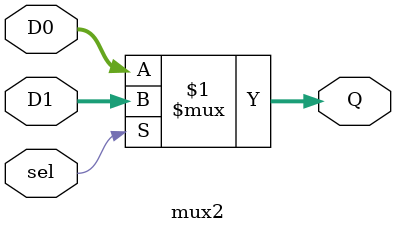
<source format=sv>
module mux2(
	input [31:0] D0,
	input [31:0] D1,
	input sel,
	output logic [31:0] Q
);

assign Q = (sel) ? D1 : D0;


// always_comb begin
	// case(sel)
		// 1'b0: Q = D0;
		// 1'b1: Q = D1;
	// endcase
// end

endmodule
</source>
